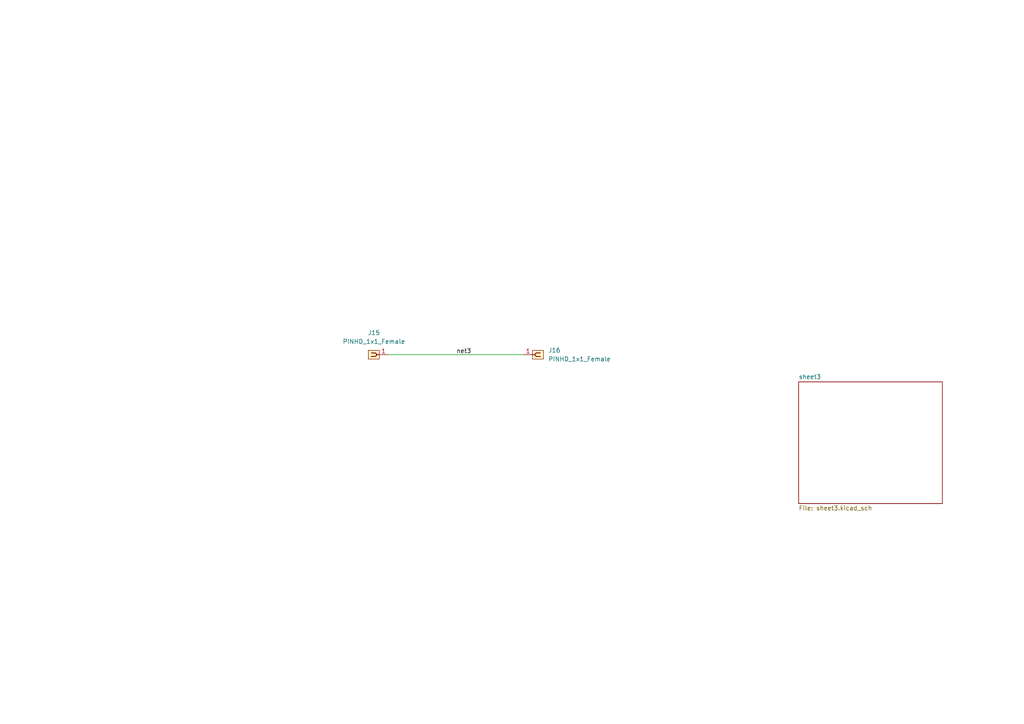
<source format=kicad_sch>
(kicad_sch (version 20231120) (generator "eeschema") (generator_version "8.0")
  (paper "A4")
  (lib_symbols
    (symbol "PCM_SL_Pin_Headers:PINHD_1x1_Female"
      (property "Reference" "J" (at 0 6.35 0))
      (property "Value" "PINHD_1x1_Female" (at 0 3.81 0))
      (symbol "PINHD_1x1_Female_0_1"
        (rectangle (start -1.27 1.27) (end 1.905 -1.27) (fill (type background)))
        (arc (start -0.508 0) (mid -0.3592 -0.3592) (end 0 -0.508) (stroke (width 0.25)))
        (polyline (pts (xy -1.27 0) (xy -0.508 0)) (stroke (width 0.25)))
        (polyline (pts (xy 0 -0.508) (xy 1.016 -0.508)) (stroke (width 0.25)))
        (polyline (pts (xy 0 0.508) (xy 1.016 0.508)) (stroke (width 0.25)))
        (arc (start 0 0.508) (mid -0.3592 0.3592) (end -0.508 0) (stroke (width 0.25)))
      )
      (symbol "PINHD_1x1_Female_1_1"
        (pin passive line (at -3.81 0 0) (length 2.54) (name "") (number "1"))
      )
    )
  )
  (wire (pts (xy 112.522 102.87) (xy 151.892 102.87)))
  (label "net3" (at 132.334 102.87 0))
  (symbol (lib_id "PCM_SL_Pin_Headers:PINHD_1x1_Female") (at 155.702 102.87 0) (unit 1)
    (property "Reference" "J16" (at 159.004 101.5999 0) (effects (justify left)))
    (property "Value" "PINHD_1x1_Female" (at 159.004 104.1399 0) (effects (justify left)))
    (property "Footprint" "Connector_PinSocket_2.54mm:PinSocket_1x01_P2.54mm_Vertical" (effects (hide yes)))
    (property "Description" "Pin Header female with pin space 2.54mm. Pin Count -1" (effects (hide yes)))
  )
  (symbol (lib_id "PCM_SL_Pin_Headers:PINHD_1x1_Female") (at 108.712 102.87 180) (unit 1)
    (property "Reference" "J15" (at 108.457 96.52 0))
    (property "Value" "PINHD_1x1_Female" (at 108.457 99.06 0))
    (property "Footprint" "Connector_PinSocket_2.54mm:PinSocket_1x01_P2.54mm_Vertical" (effects (hide yes)))
    (property "Description" "Pin Header female with pin space 2.54mm. Pin Count -1" (effects (hide yes)))
  )
  (sheet (at 231.648 110.744) (size 41.656 35.306) (stroke (width 0.1524))
    (property "Sheetname" "sheet3" (at 231.648 110.0324 0) (effects (justify left bottom)))
    (property "Sheetfile" "sheet3.kicad_sch" (at 231.648 146.6346 0) (effects (justify left top)))
  )
)
</source>
